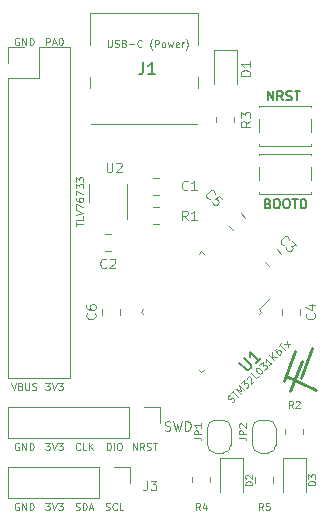
<source format=gbr>
%TF.GenerationSoftware,KiCad,Pcbnew,7.0.7*%
%TF.CreationDate,2024-08-30T14:39:58-05:00*%
%TF.ProjectId,ex4,6578342e-6b69-4636-9164-5f7063625858,rev?*%
%TF.SameCoordinates,Original*%
%TF.FileFunction,Legend,Top*%
%TF.FilePolarity,Positive*%
%FSLAX46Y46*%
G04 Gerber Fmt 4.6, Leading zero omitted, Abs format (unit mm)*
G04 Created by KiCad (PCBNEW 7.0.7) date 2024-08-30 14:39:58*
%MOMM*%
%LPD*%
G01*
G04 APERTURE LIST*
%ADD10C,0.100000*%
%ADD11C,0.120000*%
%ADD12C,0.150000*%
%ADD13C,0.250000*%
G04 APERTURE END LIST*
D10*
X20890000Y-21354371D02*
X20890000Y-20754371D01*
X20890000Y-20754371D02*
X21118571Y-20754371D01*
X21118571Y-20754371D02*
X21175714Y-20782942D01*
X21175714Y-20782942D02*
X21204285Y-20811514D01*
X21204285Y-20811514D02*
X21232857Y-20868657D01*
X21232857Y-20868657D02*
X21232857Y-20954371D01*
X21232857Y-20954371D02*
X21204285Y-21011514D01*
X21204285Y-21011514D02*
X21175714Y-21040085D01*
X21175714Y-21040085D02*
X21118571Y-21068657D01*
X21118571Y-21068657D02*
X20890000Y-21068657D01*
X21461428Y-21182942D02*
X21747143Y-21182942D01*
X21404285Y-21354371D02*
X21604285Y-20754371D01*
X21604285Y-20754371D02*
X21804285Y-21354371D01*
X22118571Y-20754371D02*
X22175714Y-20754371D01*
X22175714Y-20754371D02*
X22232857Y-20782942D01*
X22232857Y-20782942D02*
X22261429Y-20811514D01*
X22261429Y-20811514D02*
X22290000Y-20868657D01*
X22290000Y-20868657D02*
X22318571Y-20982942D01*
X22318571Y-20982942D02*
X22318571Y-21125800D01*
X22318571Y-21125800D02*
X22290000Y-21240085D01*
X22290000Y-21240085D02*
X22261429Y-21297228D01*
X22261429Y-21297228D02*
X22232857Y-21325800D01*
X22232857Y-21325800D02*
X22175714Y-21354371D01*
X22175714Y-21354371D02*
X22118571Y-21354371D01*
X22118571Y-21354371D02*
X22061429Y-21325800D01*
X22061429Y-21325800D02*
X22032857Y-21297228D01*
X22032857Y-21297228D02*
X22004286Y-21240085D01*
X22004286Y-21240085D02*
X21975714Y-21125800D01*
X21975714Y-21125800D02*
X21975714Y-20982942D01*
X21975714Y-20982942D02*
X22004286Y-20868657D01*
X22004286Y-20868657D02*
X22032857Y-20811514D01*
X22032857Y-20811514D02*
X22061429Y-20782942D01*
X22061429Y-20782942D02*
X22118571Y-20754371D01*
X18592857Y-20782942D02*
X18535715Y-20754371D01*
X18535715Y-20754371D02*
X18450000Y-20754371D01*
X18450000Y-20754371D02*
X18364286Y-20782942D01*
X18364286Y-20782942D02*
X18307143Y-20840085D01*
X18307143Y-20840085D02*
X18278572Y-20897228D01*
X18278572Y-20897228D02*
X18250000Y-21011514D01*
X18250000Y-21011514D02*
X18250000Y-21097228D01*
X18250000Y-21097228D02*
X18278572Y-21211514D01*
X18278572Y-21211514D02*
X18307143Y-21268657D01*
X18307143Y-21268657D02*
X18364286Y-21325800D01*
X18364286Y-21325800D02*
X18450000Y-21354371D01*
X18450000Y-21354371D02*
X18507143Y-21354371D01*
X18507143Y-21354371D02*
X18592857Y-21325800D01*
X18592857Y-21325800D02*
X18621429Y-21297228D01*
X18621429Y-21297228D02*
X18621429Y-21097228D01*
X18621429Y-21097228D02*
X18507143Y-21097228D01*
X18878572Y-21354371D02*
X18878572Y-20754371D01*
X18878572Y-20754371D02*
X19221429Y-21354371D01*
X19221429Y-21354371D02*
X19221429Y-20754371D01*
X19507143Y-21354371D02*
X19507143Y-20754371D01*
X19507143Y-20754371D02*
X19650000Y-20754371D01*
X19650000Y-20754371D02*
X19735714Y-20782942D01*
X19735714Y-20782942D02*
X19792857Y-20840085D01*
X19792857Y-20840085D02*
X19821428Y-20897228D01*
X19821428Y-20897228D02*
X19850000Y-21011514D01*
X19850000Y-21011514D02*
X19850000Y-21097228D01*
X19850000Y-21097228D02*
X19821428Y-21211514D01*
X19821428Y-21211514D02*
X19792857Y-21268657D01*
X19792857Y-21268657D02*
X19735714Y-21325800D01*
X19735714Y-21325800D02*
X19650000Y-21354371D01*
X19650000Y-21354371D02*
X19507143Y-21354371D01*
X17949999Y-49964371D02*
X18149999Y-50564371D01*
X18149999Y-50564371D02*
X18349999Y-49964371D01*
X18750000Y-50250085D02*
X18835714Y-50278657D01*
X18835714Y-50278657D02*
X18864285Y-50307228D01*
X18864285Y-50307228D02*
X18892857Y-50364371D01*
X18892857Y-50364371D02*
X18892857Y-50450085D01*
X18892857Y-50450085D02*
X18864285Y-50507228D01*
X18864285Y-50507228D02*
X18835714Y-50535800D01*
X18835714Y-50535800D02*
X18778571Y-50564371D01*
X18778571Y-50564371D02*
X18550000Y-50564371D01*
X18550000Y-50564371D02*
X18550000Y-49964371D01*
X18550000Y-49964371D02*
X18750000Y-49964371D01*
X18750000Y-49964371D02*
X18807143Y-49992942D01*
X18807143Y-49992942D02*
X18835714Y-50021514D01*
X18835714Y-50021514D02*
X18864285Y-50078657D01*
X18864285Y-50078657D02*
X18864285Y-50135800D01*
X18864285Y-50135800D02*
X18835714Y-50192942D01*
X18835714Y-50192942D02*
X18807143Y-50221514D01*
X18807143Y-50221514D02*
X18750000Y-50250085D01*
X18750000Y-50250085D02*
X18550000Y-50250085D01*
X19150000Y-49964371D02*
X19150000Y-50450085D01*
X19150000Y-50450085D02*
X19178571Y-50507228D01*
X19178571Y-50507228D02*
X19207143Y-50535800D01*
X19207143Y-50535800D02*
X19264285Y-50564371D01*
X19264285Y-50564371D02*
X19378571Y-50564371D01*
X19378571Y-50564371D02*
X19435714Y-50535800D01*
X19435714Y-50535800D02*
X19464285Y-50507228D01*
X19464285Y-50507228D02*
X19492857Y-50450085D01*
X19492857Y-50450085D02*
X19492857Y-49964371D01*
X19749999Y-50535800D02*
X19835714Y-50564371D01*
X19835714Y-50564371D02*
X19978571Y-50564371D01*
X19978571Y-50564371D02*
X20035714Y-50535800D01*
X20035714Y-50535800D02*
X20064285Y-50507228D01*
X20064285Y-50507228D02*
X20092856Y-50450085D01*
X20092856Y-50450085D02*
X20092856Y-50392942D01*
X20092856Y-50392942D02*
X20064285Y-50335800D01*
X20064285Y-50335800D02*
X20035714Y-50307228D01*
X20035714Y-50307228D02*
X19978571Y-50278657D01*
X19978571Y-50278657D02*
X19864285Y-50250085D01*
X19864285Y-50250085D02*
X19807142Y-50221514D01*
X19807142Y-50221514D02*
X19778571Y-50192942D01*
X19778571Y-50192942D02*
X19749999Y-50135800D01*
X19749999Y-50135800D02*
X19749999Y-50078657D01*
X19749999Y-50078657D02*
X19778571Y-50021514D01*
X19778571Y-50021514D02*
X19807142Y-49992942D01*
X19807142Y-49992942D02*
X19864285Y-49964371D01*
X19864285Y-49964371D02*
X20007142Y-49964371D01*
X20007142Y-49964371D02*
X20092856Y-49992942D01*
X20847142Y-49964371D02*
X21218570Y-49964371D01*
X21218570Y-49964371D02*
X21018570Y-50192942D01*
X21018570Y-50192942D02*
X21104285Y-50192942D01*
X21104285Y-50192942D02*
X21161428Y-50221514D01*
X21161428Y-50221514D02*
X21189999Y-50250085D01*
X21189999Y-50250085D02*
X21218570Y-50307228D01*
X21218570Y-50307228D02*
X21218570Y-50450085D01*
X21218570Y-50450085D02*
X21189999Y-50507228D01*
X21189999Y-50507228D02*
X21161428Y-50535800D01*
X21161428Y-50535800D02*
X21104285Y-50564371D01*
X21104285Y-50564371D02*
X20932856Y-50564371D01*
X20932856Y-50564371D02*
X20875713Y-50535800D01*
X20875713Y-50535800D02*
X20847142Y-50507228D01*
X21389999Y-49964371D02*
X21589999Y-50564371D01*
X21589999Y-50564371D02*
X21789999Y-49964371D01*
X21932857Y-49964371D02*
X22304285Y-49964371D01*
X22304285Y-49964371D02*
X22104285Y-50192942D01*
X22104285Y-50192942D02*
X22190000Y-50192942D01*
X22190000Y-50192942D02*
X22247143Y-50221514D01*
X22247143Y-50221514D02*
X22275714Y-50250085D01*
X22275714Y-50250085D02*
X22304285Y-50307228D01*
X22304285Y-50307228D02*
X22304285Y-50450085D01*
X22304285Y-50450085D02*
X22275714Y-50507228D01*
X22275714Y-50507228D02*
X22247143Y-50535800D01*
X22247143Y-50535800D02*
X22190000Y-50564371D01*
X22190000Y-50564371D02*
X22018571Y-50564371D01*
X22018571Y-50564371D02*
X21961428Y-50535800D01*
X21961428Y-50535800D02*
X21932857Y-50507228D01*
D11*
X30965327Y-53959760D02*
X31079613Y-53997855D01*
X31079613Y-53997855D02*
X31270089Y-53997855D01*
X31270089Y-53997855D02*
X31346280Y-53959760D01*
X31346280Y-53959760D02*
X31384375Y-53921664D01*
X31384375Y-53921664D02*
X31422470Y-53845474D01*
X31422470Y-53845474D02*
X31422470Y-53769283D01*
X31422470Y-53769283D02*
X31384375Y-53693093D01*
X31384375Y-53693093D02*
X31346280Y-53654998D01*
X31346280Y-53654998D02*
X31270089Y-53616902D01*
X31270089Y-53616902D02*
X31117708Y-53578807D01*
X31117708Y-53578807D02*
X31041518Y-53540712D01*
X31041518Y-53540712D02*
X31003423Y-53502617D01*
X31003423Y-53502617D02*
X30965327Y-53426426D01*
X30965327Y-53426426D02*
X30965327Y-53350236D01*
X30965327Y-53350236D02*
X31003423Y-53274045D01*
X31003423Y-53274045D02*
X31041518Y-53235950D01*
X31041518Y-53235950D02*
X31117708Y-53197855D01*
X31117708Y-53197855D02*
X31308185Y-53197855D01*
X31308185Y-53197855D02*
X31422470Y-53235950D01*
X31689137Y-53197855D02*
X31879613Y-53997855D01*
X31879613Y-53997855D02*
X32031994Y-53426426D01*
X32031994Y-53426426D02*
X32184375Y-53997855D01*
X32184375Y-53997855D02*
X32374852Y-53197855D01*
X32679614Y-53997855D02*
X32679614Y-53197855D01*
X32679614Y-53197855D02*
X32870090Y-53197855D01*
X32870090Y-53197855D02*
X32984376Y-53235950D01*
X32984376Y-53235950D02*
X33060566Y-53312140D01*
X33060566Y-53312140D02*
X33098661Y-53388331D01*
X33098661Y-53388331D02*
X33136757Y-53540712D01*
X33136757Y-53540712D02*
X33136757Y-53654998D01*
X33136757Y-53654998D02*
X33098661Y-53807379D01*
X33098661Y-53807379D02*
X33060566Y-53883569D01*
X33060566Y-53883569D02*
X32984376Y-53959760D01*
X32984376Y-53959760D02*
X32870090Y-53997855D01*
X32870090Y-53997855D02*
X32679614Y-53997855D01*
D10*
X28224286Y-55644371D02*
X28224286Y-55044371D01*
X28224286Y-55044371D02*
X28567143Y-55644371D01*
X28567143Y-55644371D02*
X28567143Y-55044371D01*
X29195714Y-55644371D02*
X28995714Y-55358657D01*
X28852857Y-55644371D02*
X28852857Y-55044371D01*
X28852857Y-55044371D02*
X29081428Y-55044371D01*
X29081428Y-55044371D02*
X29138571Y-55072942D01*
X29138571Y-55072942D02*
X29167142Y-55101514D01*
X29167142Y-55101514D02*
X29195714Y-55158657D01*
X29195714Y-55158657D02*
X29195714Y-55244371D01*
X29195714Y-55244371D02*
X29167142Y-55301514D01*
X29167142Y-55301514D02*
X29138571Y-55330085D01*
X29138571Y-55330085D02*
X29081428Y-55358657D01*
X29081428Y-55358657D02*
X28852857Y-55358657D01*
X29424285Y-55615800D02*
X29510000Y-55644371D01*
X29510000Y-55644371D02*
X29652857Y-55644371D01*
X29652857Y-55644371D02*
X29710000Y-55615800D01*
X29710000Y-55615800D02*
X29738571Y-55587228D01*
X29738571Y-55587228D02*
X29767142Y-55530085D01*
X29767142Y-55530085D02*
X29767142Y-55472942D01*
X29767142Y-55472942D02*
X29738571Y-55415800D01*
X29738571Y-55415800D02*
X29710000Y-55387228D01*
X29710000Y-55387228D02*
X29652857Y-55358657D01*
X29652857Y-55358657D02*
X29538571Y-55330085D01*
X29538571Y-55330085D02*
X29481428Y-55301514D01*
X29481428Y-55301514D02*
X29452857Y-55272942D01*
X29452857Y-55272942D02*
X29424285Y-55215800D01*
X29424285Y-55215800D02*
X29424285Y-55158657D01*
X29424285Y-55158657D02*
X29452857Y-55101514D01*
X29452857Y-55101514D02*
X29481428Y-55072942D01*
X29481428Y-55072942D02*
X29538571Y-55044371D01*
X29538571Y-55044371D02*
X29681428Y-55044371D01*
X29681428Y-55044371D02*
X29767142Y-55072942D01*
X29938571Y-55044371D02*
X30281429Y-55044371D01*
X30110000Y-55644371D02*
X30110000Y-55044371D01*
X18592857Y-55072942D02*
X18535715Y-55044371D01*
X18535715Y-55044371D02*
X18450000Y-55044371D01*
X18450000Y-55044371D02*
X18364286Y-55072942D01*
X18364286Y-55072942D02*
X18307143Y-55130085D01*
X18307143Y-55130085D02*
X18278572Y-55187228D01*
X18278572Y-55187228D02*
X18250000Y-55301514D01*
X18250000Y-55301514D02*
X18250000Y-55387228D01*
X18250000Y-55387228D02*
X18278572Y-55501514D01*
X18278572Y-55501514D02*
X18307143Y-55558657D01*
X18307143Y-55558657D02*
X18364286Y-55615800D01*
X18364286Y-55615800D02*
X18450000Y-55644371D01*
X18450000Y-55644371D02*
X18507143Y-55644371D01*
X18507143Y-55644371D02*
X18592857Y-55615800D01*
X18592857Y-55615800D02*
X18621429Y-55587228D01*
X18621429Y-55587228D02*
X18621429Y-55387228D01*
X18621429Y-55387228D02*
X18507143Y-55387228D01*
X18878572Y-55644371D02*
X18878572Y-55044371D01*
X18878572Y-55044371D02*
X19221429Y-55644371D01*
X19221429Y-55644371D02*
X19221429Y-55044371D01*
X19507143Y-55644371D02*
X19507143Y-55044371D01*
X19507143Y-55044371D02*
X19650000Y-55044371D01*
X19650000Y-55044371D02*
X19735714Y-55072942D01*
X19735714Y-55072942D02*
X19792857Y-55130085D01*
X19792857Y-55130085D02*
X19821428Y-55187228D01*
X19821428Y-55187228D02*
X19850000Y-55301514D01*
X19850000Y-55301514D02*
X19850000Y-55387228D01*
X19850000Y-55387228D02*
X19821428Y-55501514D01*
X19821428Y-55501514D02*
X19792857Y-55558657D01*
X19792857Y-55558657D02*
X19735714Y-55615800D01*
X19735714Y-55615800D02*
X19650000Y-55644371D01*
X19650000Y-55644371D02*
X19507143Y-55644371D01*
X20847142Y-55044371D02*
X21218570Y-55044371D01*
X21218570Y-55044371D02*
X21018570Y-55272942D01*
X21018570Y-55272942D02*
X21104285Y-55272942D01*
X21104285Y-55272942D02*
X21161428Y-55301514D01*
X21161428Y-55301514D02*
X21189999Y-55330085D01*
X21189999Y-55330085D02*
X21218570Y-55387228D01*
X21218570Y-55387228D02*
X21218570Y-55530085D01*
X21218570Y-55530085D02*
X21189999Y-55587228D01*
X21189999Y-55587228D02*
X21161428Y-55615800D01*
X21161428Y-55615800D02*
X21104285Y-55644371D01*
X21104285Y-55644371D02*
X20932856Y-55644371D01*
X20932856Y-55644371D02*
X20875713Y-55615800D01*
X20875713Y-55615800D02*
X20847142Y-55587228D01*
X21389999Y-55044371D02*
X21589999Y-55644371D01*
X21589999Y-55644371D02*
X21789999Y-55044371D01*
X21932857Y-55044371D02*
X22304285Y-55044371D01*
X22304285Y-55044371D02*
X22104285Y-55272942D01*
X22104285Y-55272942D02*
X22190000Y-55272942D01*
X22190000Y-55272942D02*
X22247143Y-55301514D01*
X22247143Y-55301514D02*
X22275714Y-55330085D01*
X22275714Y-55330085D02*
X22304285Y-55387228D01*
X22304285Y-55387228D02*
X22304285Y-55530085D01*
X22304285Y-55530085D02*
X22275714Y-55587228D01*
X22275714Y-55587228D02*
X22247143Y-55615800D01*
X22247143Y-55615800D02*
X22190000Y-55644371D01*
X22190000Y-55644371D02*
X22018571Y-55644371D01*
X22018571Y-55644371D02*
X21961428Y-55615800D01*
X21961428Y-55615800D02*
X21932857Y-55587228D01*
X23772857Y-55587228D02*
X23744285Y-55615800D01*
X23744285Y-55615800D02*
X23658571Y-55644371D01*
X23658571Y-55644371D02*
X23601428Y-55644371D01*
X23601428Y-55644371D02*
X23515714Y-55615800D01*
X23515714Y-55615800D02*
X23458571Y-55558657D01*
X23458571Y-55558657D02*
X23430000Y-55501514D01*
X23430000Y-55501514D02*
X23401428Y-55387228D01*
X23401428Y-55387228D02*
X23401428Y-55301514D01*
X23401428Y-55301514D02*
X23430000Y-55187228D01*
X23430000Y-55187228D02*
X23458571Y-55130085D01*
X23458571Y-55130085D02*
X23515714Y-55072942D01*
X23515714Y-55072942D02*
X23601428Y-55044371D01*
X23601428Y-55044371D02*
X23658571Y-55044371D01*
X23658571Y-55044371D02*
X23744285Y-55072942D01*
X23744285Y-55072942D02*
X23772857Y-55101514D01*
X24315714Y-55644371D02*
X24030000Y-55644371D01*
X24030000Y-55644371D02*
X24030000Y-55044371D01*
X24515714Y-55644371D02*
X24515714Y-55044371D01*
X24858571Y-55644371D02*
X24601428Y-55301514D01*
X24858571Y-55044371D02*
X24515714Y-55387228D01*
X26055715Y-55644371D02*
X26055715Y-55044371D01*
X26055715Y-55044371D02*
X26198572Y-55044371D01*
X26198572Y-55044371D02*
X26284286Y-55072942D01*
X26284286Y-55072942D02*
X26341429Y-55130085D01*
X26341429Y-55130085D02*
X26370000Y-55187228D01*
X26370000Y-55187228D02*
X26398572Y-55301514D01*
X26398572Y-55301514D02*
X26398572Y-55387228D01*
X26398572Y-55387228D02*
X26370000Y-55501514D01*
X26370000Y-55501514D02*
X26341429Y-55558657D01*
X26341429Y-55558657D02*
X26284286Y-55615800D01*
X26284286Y-55615800D02*
X26198572Y-55644371D01*
X26198572Y-55644371D02*
X26055715Y-55644371D01*
X26655715Y-55644371D02*
X26655715Y-55044371D01*
X27055714Y-55044371D02*
X27170000Y-55044371D01*
X27170000Y-55044371D02*
X27227143Y-55072942D01*
X27227143Y-55072942D02*
X27284286Y-55130085D01*
X27284286Y-55130085D02*
X27312857Y-55244371D01*
X27312857Y-55244371D02*
X27312857Y-55444371D01*
X27312857Y-55444371D02*
X27284286Y-55558657D01*
X27284286Y-55558657D02*
X27227143Y-55615800D01*
X27227143Y-55615800D02*
X27170000Y-55644371D01*
X27170000Y-55644371D02*
X27055714Y-55644371D01*
X27055714Y-55644371D02*
X26998572Y-55615800D01*
X26998572Y-55615800D02*
X26941429Y-55558657D01*
X26941429Y-55558657D02*
X26912857Y-55444371D01*
X26912857Y-55444371D02*
X26912857Y-55244371D01*
X26912857Y-55244371D02*
X26941429Y-55130085D01*
X26941429Y-55130085D02*
X26998572Y-55072942D01*
X26998572Y-55072942D02*
X27055714Y-55044371D01*
X18592857Y-60152942D02*
X18535715Y-60124371D01*
X18535715Y-60124371D02*
X18450000Y-60124371D01*
X18450000Y-60124371D02*
X18364286Y-60152942D01*
X18364286Y-60152942D02*
X18307143Y-60210085D01*
X18307143Y-60210085D02*
X18278572Y-60267228D01*
X18278572Y-60267228D02*
X18250000Y-60381514D01*
X18250000Y-60381514D02*
X18250000Y-60467228D01*
X18250000Y-60467228D02*
X18278572Y-60581514D01*
X18278572Y-60581514D02*
X18307143Y-60638657D01*
X18307143Y-60638657D02*
X18364286Y-60695800D01*
X18364286Y-60695800D02*
X18450000Y-60724371D01*
X18450000Y-60724371D02*
X18507143Y-60724371D01*
X18507143Y-60724371D02*
X18592857Y-60695800D01*
X18592857Y-60695800D02*
X18621429Y-60667228D01*
X18621429Y-60667228D02*
X18621429Y-60467228D01*
X18621429Y-60467228D02*
X18507143Y-60467228D01*
X18878572Y-60724371D02*
X18878572Y-60124371D01*
X18878572Y-60124371D02*
X19221429Y-60724371D01*
X19221429Y-60724371D02*
X19221429Y-60124371D01*
X19507143Y-60724371D02*
X19507143Y-60124371D01*
X19507143Y-60124371D02*
X19650000Y-60124371D01*
X19650000Y-60124371D02*
X19735714Y-60152942D01*
X19735714Y-60152942D02*
X19792857Y-60210085D01*
X19792857Y-60210085D02*
X19821428Y-60267228D01*
X19821428Y-60267228D02*
X19850000Y-60381514D01*
X19850000Y-60381514D02*
X19850000Y-60467228D01*
X19850000Y-60467228D02*
X19821428Y-60581514D01*
X19821428Y-60581514D02*
X19792857Y-60638657D01*
X19792857Y-60638657D02*
X19735714Y-60695800D01*
X19735714Y-60695800D02*
X19650000Y-60724371D01*
X19650000Y-60724371D02*
X19507143Y-60724371D01*
X20847142Y-60124371D02*
X21218570Y-60124371D01*
X21218570Y-60124371D02*
X21018570Y-60352942D01*
X21018570Y-60352942D02*
X21104285Y-60352942D01*
X21104285Y-60352942D02*
X21161428Y-60381514D01*
X21161428Y-60381514D02*
X21189999Y-60410085D01*
X21189999Y-60410085D02*
X21218570Y-60467228D01*
X21218570Y-60467228D02*
X21218570Y-60610085D01*
X21218570Y-60610085D02*
X21189999Y-60667228D01*
X21189999Y-60667228D02*
X21161428Y-60695800D01*
X21161428Y-60695800D02*
X21104285Y-60724371D01*
X21104285Y-60724371D02*
X20932856Y-60724371D01*
X20932856Y-60724371D02*
X20875713Y-60695800D01*
X20875713Y-60695800D02*
X20847142Y-60667228D01*
X21389999Y-60124371D02*
X21589999Y-60724371D01*
X21589999Y-60724371D02*
X21789999Y-60124371D01*
X21932857Y-60124371D02*
X22304285Y-60124371D01*
X22304285Y-60124371D02*
X22104285Y-60352942D01*
X22104285Y-60352942D02*
X22190000Y-60352942D01*
X22190000Y-60352942D02*
X22247143Y-60381514D01*
X22247143Y-60381514D02*
X22275714Y-60410085D01*
X22275714Y-60410085D02*
X22304285Y-60467228D01*
X22304285Y-60467228D02*
X22304285Y-60610085D01*
X22304285Y-60610085D02*
X22275714Y-60667228D01*
X22275714Y-60667228D02*
X22247143Y-60695800D01*
X22247143Y-60695800D02*
X22190000Y-60724371D01*
X22190000Y-60724371D02*
X22018571Y-60724371D01*
X22018571Y-60724371D02*
X21961428Y-60695800D01*
X21961428Y-60695800D02*
X21932857Y-60667228D01*
X25955714Y-60695800D02*
X26041429Y-60724371D01*
X26041429Y-60724371D02*
X26184286Y-60724371D01*
X26184286Y-60724371D02*
X26241429Y-60695800D01*
X26241429Y-60695800D02*
X26270000Y-60667228D01*
X26270000Y-60667228D02*
X26298571Y-60610085D01*
X26298571Y-60610085D02*
X26298571Y-60552942D01*
X26298571Y-60552942D02*
X26270000Y-60495800D01*
X26270000Y-60495800D02*
X26241429Y-60467228D01*
X26241429Y-60467228D02*
X26184286Y-60438657D01*
X26184286Y-60438657D02*
X26070000Y-60410085D01*
X26070000Y-60410085D02*
X26012857Y-60381514D01*
X26012857Y-60381514D02*
X25984286Y-60352942D01*
X25984286Y-60352942D02*
X25955714Y-60295800D01*
X25955714Y-60295800D02*
X25955714Y-60238657D01*
X25955714Y-60238657D02*
X25984286Y-60181514D01*
X25984286Y-60181514D02*
X26012857Y-60152942D01*
X26012857Y-60152942D02*
X26070000Y-60124371D01*
X26070000Y-60124371D02*
X26212857Y-60124371D01*
X26212857Y-60124371D02*
X26298571Y-60152942D01*
X26898572Y-60667228D02*
X26870000Y-60695800D01*
X26870000Y-60695800D02*
X26784286Y-60724371D01*
X26784286Y-60724371D02*
X26727143Y-60724371D01*
X26727143Y-60724371D02*
X26641429Y-60695800D01*
X26641429Y-60695800D02*
X26584286Y-60638657D01*
X26584286Y-60638657D02*
X26555715Y-60581514D01*
X26555715Y-60581514D02*
X26527143Y-60467228D01*
X26527143Y-60467228D02*
X26527143Y-60381514D01*
X26527143Y-60381514D02*
X26555715Y-60267228D01*
X26555715Y-60267228D02*
X26584286Y-60210085D01*
X26584286Y-60210085D02*
X26641429Y-60152942D01*
X26641429Y-60152942D02*
X26727143Y-60124371D01*
X26727143Y-60124371D02*
X26784286Y-60124371D01*
X26784286Y-60124371D02*
X26870000Y-60152942D01*
X26870000Y-60152942D02*
X26898572Y-60181514D01*
X27441429Y-60724371D02*
X27155715Y-60724371D01*
X27155715Y-60724371D02*
X27155715Y-60124371D01*
X23401428Y-60695800D02*
X23487143Y-60724371D01*
X23487143Y-60724371D02*
X23630000Y-60724371D01*
X23630000Y-60724371D02*
X23687143Y-60695800D01*
X23687143Y-60695800D02*
X23715714Y-60667228D01*
X23715714Y-60667228D02*
X23744285Y-60610085D01*
X23744285Y-60610085D02*
X23744285Y-60552942D01*
X23744285Y-60552942D02*
X23715714Y-60495800D01*
X23715714Y-60495800D02*
X23687143Y-60467228D01*
X23687143Y-60467228D02*
X23630000Y-60438657D01*
X23630000Y-60438657D02*
X23515714Y-60410085D01*
X23515714Y-60410085D02*
X23458571Y-60381514D01*
X23458571Y-60381514D02*
X23430000Y-60352942D01*
X23430000Y-60352942D02*
X23401428Y-60295800D01*
X23401428Y-60295800D02*
X23401428Y-60238657D01*
X23401428Y-60238657D02*
X23430000Y-60181514D01*
X23430000Y-60181514D02*
X23458571Y-60152942D01*
X23458571Y-60152942D02*
X23515714Y-60124371D01*
X23515714Y-60124371D02*
X23658571Y-60124371D01*
X23658571Y-60124371D02*
X23744285Y-60152942D01*
X24001429Y-60724371D02*
X24001429Y-60124371D01*
X24001429Y-60124371D02*
X24144286Y-60124371D01*
X24144286Y-60124371D02*
X24230000Y-60152942D01*
X24230000Y-60152942D02*
X24287143Y-60210085D01*
X24287143Y-60210085D02*
X24315714Y-60267228D01*
X24315714Y-60267228D02*
X24344286Y-60381514D01*
X24344286Y-60381514D02*
X24344286Y-60467228D01*
X24344286Y-60467228D02*
X24315714Y-60581514D01*
X24315714Y-60581514D02*
X24287143Y-60638657D01*
X24287143Y-60638657D02*
X24230000Y-60695800D01*
X24230000Y-60695800D02*
X24144286Y-60724371D01*
X24144286Y-60724371D02*
X24001429Y-60724371D01*
X24572857Y-60552942D02*
X24858572Y-60552942D01*
X24515714Y-60724371D02*
X24715714Y-60124371D01*
X24715714Y-60124371D02*
X24915714Y-60724371D01*
X26123646Y-20925371D02*
X26123646Y-21411085D01*
X26123646Y-21411085D02*
X26152217Y-21468228D01*
X26152217Y-21468228D02*
X26180789Y-21496800D01*
X26180789Y-21496800D02*
X26237931Y-21525371D01*
X26237931Y-21525371D02*
X26352217Y-21525371D01*
X26352217Y-21525371D02*
X26409360Y-21496800D01*
X26409360Y-21496800D02*
X26437931Y-21468228D01*
X26437931Y-21468228D02*
X26466503Y-21411085D01*
X26466503Y-21411085D02*
X26466503Y-20925371D01*
X26723645Y-21496800D02*
X26809360Y-21525371D01*
X26809360Y-21525371D02*
X26952217Y-21525371D01*
X26952217Y-21525371D02*
X27009360Y-21496800D01*
X27009360Y-21496800D02*
X27037931Y-21468228D01*
X27037931Y-21468228D02*
X27066502Y-21411085D01*
X27066502Y-21411085D02*
X27066502Y-21353942D01*
X27066502Y-21353942D02*
X27037931Y-21296800D01*
X27037931Y-21296800D02*
X27009360Y-21268228D01*
X27009360Y-21268228D02*
X26952217Y-21239657D01*
X26952217Y-21239657D02*
X26837931Y-21211085D01*
X26837931Y-21211085D02*
X26780788Y-21182514D01*
X26780788Y-21182514D02*
X26752217Y-21153942D01*
X26752217Y-21153942D02*
X26723645Y-21096800D01*
X26723645Y-21096800D02*
X26723645Y-21039657D01*
X26723645Y-21039657D02*
X26752217Y-20982514D01*
X26752217Y-20982514D02*
X26780788Y-20953942D01*
X26780788Y-20953942D02*
X26837931Y-20925371D01*
X26837931Y-20925371D02*
X26980788Y-20925371D01*
X26980788Y-20925371D02*
X27066502Y-20953942D01*
X27523646Y-21211085D02*
X27609360Y-21239657D01*
X27609360Y-21239657D02*
X27637931Y-21268228D01*
X27637931Y-21268228D02*
X27666503Y-21325371D01*
X27666503Y-21325371D02*
X27666503Y-21411085D01*
X27666503Y-21411085D02*
X27637931Y-21468228D01*
X27637931Y-21468228D02*
X27609360Y-21496800D01*
X27609360Y-21496800D02*
X27552217Y-21525371D01*
X27552217Y-21525371D02*
X27323646Y-21525371D01*
X27323646Y-21525371D02*
X27323646Y-20925371D01*
X27323646Y-20925371D02*
X27523646Y-20925371D01*
X27523646Y-20925371D02*
X27580789Y-20953942D01*
X27580789Y-20953942D02*
X27609360Y-20982514D01*
X27609360Y-20982514D02*
X27637931Y-21039657D01*
X27637931Y-21039657D02*
X27637931Y-21096800D01*
X27637931Y-21096800D02*
X27609360Y-21153942D01*
X27609360Y-21153942D02*
X27580789Y-21182514D01*
X27580789Y-21182514D02*
X27523646Y-21211085D01*
X27523646Y-21211085D02*
X27323646Y-21211085D01*
X27923646Y-21296800D02*
X28380789Y-21296800D01*
X29009360Y-21468228D02*
X28980788Y-21496800D01*
X28980788Y-21496800D02*
X28895074Y-21525371D01*
X28895074Y-21525371D02*
X28837931Y-21525371D01*
X28837931Y-21525371D02*
X28752217Y-21496800D01*
X28752217Y-21496800D02*
X28695074Y-21439657D01*
X28695074Y-21439657D02*
X28666503Y-21382514D01*
X28666503Y-21382514D02*
X28637931Y-21268228D01*
X28637931Y-21268228D02*
X28637931Y-21182514D01*
X28637931Y-21182514D02*
X28666503Y-21068228D01*
X28666503Y-21068228D02*
X28695074Y-21011085D01*
X28695074Y-21011085D02*
X28752217Y-20953942D01*
X28752217Y-20953942D02*
X28837931Y-20925371D01*
X28837931Y-20925371D02*
X28895074Y-20925371D01*
X28895074Y-20925371D02*
X28980788Y-20953942D01*
X28980788Y-20953942D02*
X29009360Y-20982514D01*
X29895074Y-21753942D02*
X29866503Y-21725371D01*
X29866503Y-21725371D02*
X29809360Y-21639657D01*
X29809360Y-21639657D02*
X29780789Y-21582514D01*
X29780789Y-21582514D02*
X29752217Y-21496800D01*
X29752217Y-21496800D02*
X29723646Y-21353942D01*
X29723646Y-21353942D02*
X29723646Y-21239657D01*
X29723646Y-21239657D02*
X29752217Y-21096800D01*
X29752217Y-21096800D02*
X29780789Y-21011085D01*
X29780789Y-21011085D02*
X29809360Y-20953942D01*
X29809360Y-20953942D02*
X29866503Y-20868228D01*
X29866503Y-20868228D02*
X29895074Y-20839657D01*
X30123646Y-21525371D02*
X30123646Y-20925371D01*
X30123646Y-20925371D02*
X30352217Y-20925371D01*
X30352217Y-20925371D02*
X30409360Y-20953942D01*
X30409360Y-20953942D02*
X30437931Y-20982514D01*
X30437931Y-20982514D02*
X30466503Y-21039657D01*
X30466503Y-21039657D02*
X30466503Y-21125371D01*
X30466503Y-21125371D02*
X30437931Y-21182514D01*
X30437931Y-21182514D02*
X30409360Y-21211085D01*
X30409360Y-21211085D02*
X30352217Y-21239657D01*
X30352217Y-21239657D02*
X30123646Y-21239657D01*
X30809360Y-21525371D02*
X30752217Y-21496800D01*
X30752217Y-21496800D02*
X30723646Y-21468228D01*
X30723646Y-21468228D02*
X30695074Y-21411085D01*
X30695074Y-21411085D02*
X30695074Y-21239657D01*
X30695074Y-21239657D02*
X30723646Y-21182514D01*
X30723646Y-21182514D02*
X30752217Y-21153942D01*
X30752217Y-21153942D02*
X30809360Y-21125371D01*
X30809360Y-21125371D02*
X30895074Y-21125371D01*
X30895074Y-21125371D02*
X30952217Y-21153942D01*
X30952217Y-21153942D02*
X30980789Y-21182514D01*
X30980789Y-21182514D02*
X31009360Y-21239657D01*
X31009360Y-21239657D02*
X31009360Y-21411085D01*
X31009360Y-21411085D02*
X30980789Y-21468228D01*
X30980789Y-21468228D02*
X30952217Y-21496800D01*
X30952217Y-21496800D02*
X30895074Y-21525371D01*
X30895074Y-21525371D02*
X30809360Y-21525371D01*
X31209360Y-21125371D02*
X31323646Y-21525371D01*
X31323646Y-21525371D02*
X31437931Y-21239657D01*
X31437931Y-21239657D02*
X31552217Y-21525371D01*
X31552217Y-21525371D02*
X31666503Y-21125371D01*
X32123645Y-21496800D02*
X32066502Y-21525371D01*
X32066502Y-21525371D02*
X31952217Y-21525371D01*
X31952217Y-21525371D02*
X31895074Y-21496800D01*
X31895074Y-21496800D02*
X31866502Y-21439657D01*
X31866502Y-21439657D02*
X31866502Y-21211085D01*
X31866502Y-21211085D02*
X31895074Y-21153942D01*
X31895074Y-21153942D02*
X31952217Y-21125371D01*
X31952217Y-21125371D02*
X32066502Y-21125371D01*
X32066502Y-21125371D02*
X32123645Y-21153942D01*
X32123645Y-21153942D02*
X32152217Y-21211085D01*
X32152217Y-21211085D02*
X32152217Y-21268228D01*
X32152217Y-21268228D02*
X31866502Y-21325371D01*
X32409360Y-21525371D02*
X32409360Y-21125371D01*
X32409360Y-21239657D02*
X32437931Y-21182514D01*
X32437931Y-21182514D02*
X32466503Y-21153942D01*
X32466503Y-21153942D02*
X32523645Y-21125371D01*
X32523645Y-21125371D02*
X32580788Y-21125371D01*
X32723646Y-21753942D02*
X32752217Y-21725371D01*
X32752217Y-21725371D02*
X32809360Y-21639657D01*
X32809360Y-21639657D02*
X32837932Y-21582514D01*
X32837932Y-21582514D02*
X32866503Y-21496800D01*
X32866503Y-21496800D02*
X32895074Y-21353942D01*
X32895074Y-21353942D02*
X32895074Y-21239657D01*
X32895074Y-21239657D02*
X32866503Y-21096800D01*
X32866503Y-21096800D02*
X32837932Y-21011085D01*
X32837932Y-21011085D02*
X32809360Y-20953942D01*
X32809360Y-20953942D02*
X32752217Y-20868228D01*
X32752217Y-20868228D02*
X32723646Y-20839657D01*
X23451371Y-36707068D02*
X23451371Y-36364211D01*
X24051371Y-36535639D02*
X23451371Y-36535639D01*
X24051371Y-35878496D02*
X24051371Y-36164210D01*
X24051371Y-36164210D02*
X23451371Y-36164210D01*
X23451371Y-35764211D02*
X24051371Y-35564211D01*
X24051371Y-35564211D02*
X23451371Y-35364211D01*
X23451371Y-35221353D02*
X23451371Y-34821353D01*
X23451371Y-34821353D02*
X24051371Y-35078496D01*
X23451371Y-34335639D02*
X23451371Y-34449924D01*
X23451371Y-34449924D02*
X23479942Y-34507067D01*
X23479942Y-34507067D02*
X23508514Y-34535639D01*
X23508514Y-34535639D02*
X23594228Y-34592781D01*
X23594228Y-34592781D02*
X23708514Y-34621353D01*
X23708514Y-34621353D02*
X23937085Y-34621353D01*
X23937085Y-34621353D02*
X23994228Y-34592781D01*
X23994228Y-34592781D02*
X24022800Y-34564210D01*
X24022800Y-34564210D02*
X24051371Y-34507067D01*
X24051371Y-34507067D02*
X24051371Y-34392781D01*
X24051371Y-34392781D02*
X24022800Y-34335639D01*
X24022800Y-34335639D02*
X23994228Y-34307067D01*
X23994228Y-34307067D02*
X23937085Y-34278496D01*
X23937085Y-34278496D02*
X23794228Y-34278496D01*
X23794228Y-34278496D02*
X23737085Y-34307067D01*
X23737085Y-34307067D02*
X23708514Y-34335639D01*
X23708514Y-34335639D02*
X23679942Y-34392781D01*
X23679942Y-34392781D02*
X23679942Y-34507067D01*
X23679942Y-34507067D02*
X23708514Y-34564210D01*
X23708514Y-34564210D02*
X23737085Y-34592781D01*
X23737085Y-34592781D02*
X23794228Y-34621353D01*
X23451371Y-34078495D02*
X23451371Y-33678495D01*
X23451371Y-33678495D02*
X24051371Y-33935638D01*
X23451371Y-33507066D02*
X23451371Y-33135638D01*
X23451371Y-33135638D02*
X23679942Y-33335638D01*
X23679942Y-33335638D02*
X23679942Y-33249923D01*
X23679942Y-33249923D02*
X23708514Y-33192781D01*
X23708514Y-33192781D02*
X23737085Y-33164209D01*
X23737085Y-33164209D02*
X23794228Y-33135638D01*
X23794228Y-33135638D02*
X23937085Y-33135638D01*
X23937085Y-33135638D02*
X23994228Y-33164209D01*
X23994228Y-33164209D02*
X24022800Y-33192781D01*
X24022800Y-33192781D02*
X24051371Y-33249923D01*
X24051371Y-33249923D02*
X24051371Y-33421352D01*
X24051371Y-33421352D02*
X24022800Y-33478495D01*
X24022800Y-33478495D02*
X23994228Y-33507066D01*
X23451371Y-32935637D02*
X23451371Y-32564209D01*
X23451371Y-32564209D02*
X23679942Y-32764209D01*
X23679942Y-32764209D02*
X23679942Y-32678494D01*
X23679942Y-32678494D02*
X23708514Y-32621352D01*
X23708514Y-32621352D02*
X23737085Y-32592780D01*
X23737085Y-32592780D02*
X23794228Y-32564209D01*
X23794228Y-32564209D02*
X23937085Y-32564209D01*
X23937085Y-32564209D02*
X23994228Y-32592780D01*
X23994228Y-32592780D02*
X24022800Y-32621352D01*
X24022800Y-32621352D02*
X24051371Y-32678494D01*
X24051371Y-32678494D02*
X24051371Y-32849923D01*
X24051371Y-32849923D02*
X24022800Y-32907066D01*
X24022800Y-32907066D02*
X23994228Y-32935637D01*
X36627530Y-51612866D02*
X36708342Y-51572459D01*
X36708342Y-51572459D02*
X36809357Y-51471444D01*
X36809357Y-51471444D02*
X36829560Y-51410835D01*
X36829560Y-51410835D02*
X36829560Y-51370429D01*
X36829560Y-51370429D02*
X36809357Y-51309820D01*
X36809357Y-51309820D02*
X36768951Y-51269414D01*
X36768951Y-51269414D02*
X36708342Y-51249211D01*
X36708342Y-51249211D02*
X36667936Y-51249211D01*
X36667936Y-51249211D02*
X36607327Y-51269414D01*
X36607327Y-51269414D02*
X36506311Y-51330023D01*
X36506311Y-51330023D02*
X36445702Y-51350226D01*
X36445702Y-51350226D02*
X36405296Y-51350226D01*
X36405296Y-51350226D02*
X36344687Y-51330023D01*
X36344687Y-51330023D02*
X36304281Y-51289617D01*
X36304281Y-51289617D02*
X36284078Y-51229008D01*
X36284078Y-51229008D02*
X36284078Y-51188602D01*
X36284078Y-51188602D02*
X36304281Y-51127992D01*
X36304281Y-51127992D02*
X36405296Y-51026977D01*
X36405296Y-51026977D02*
X36486108Y-50986571D01*
X36587124Y-50845149D02*
X36829561Y-50602713D01*
X37132606Y-51148195D02*
X36708342Y-50723931D01*
X37395246Y-50885555D02*
X36970982Y-50461291D01*
X36970982Y-50461291D02*
X37415449Y-50622916D01*
X37415449Y-50622916D02*
X37253825Y-50178449D01*
X37253825Y-50178449D02*
X37678089Y-50602713D01*
X37415449Y-50016824D02*
X37678089Y-49754185D01*
X37678089Y-49754185D02*
X37698292Y-50057230D01*
X37698292Y-50057230D02*
X37758901Y-49996621D01*
X37758901Y-49996621D02*
X37819510Y-49976418D01*
X37819510Y-49976418D02*
X37859916Y-49976418D01*
X37859916Y-49976418D02*
X37920525Y-49996621D01*
X37920525Y-49996621D02*
X38021540Y-50097637D01*
X38021540Y-50097637D02*
X38041743Y-50158246D01*
X38041743Y-50158246D02*
X38041743Y-50198652D01*
X38041743Y-50198652D02*
X38021540Y-50259261D01*
X38021540Y-50259261D02*
X37900322Y-50380479D01*
X37900322Y-50380479D02*
X37839713Y-50400682D01*
X37839713Y-50400682D02*
X37799307Y-50400682D01*
X37880119Y-49632966D02*
X37880119Y-49592560D01*
X37880119Y-49592560D02*
X37900322Y-49531951D01*
X37900322Y-49531951D02*
X38001338Y-49430936D01*
X38001338Y-49430936D02*
X38061947Y-49410733D01*
X38061947Y-49410733D02*
X38102353Y-49410733D01*
X38102353Y-49410733D02*
X38162962Y-49430936D01*
X38162962Y-49430936D02*
X38203368Y-49471342D01*
X38203368Y-49471342D02*
X38243774Y-49552154D01*
X38243774Y-49552154D02*
X38243774Y-50037027D01*
X38243774Y-50037027D02*
X38506414Y-49774387D01*
X38890272Y-49390529D02*
X38688242Y-49592560D01*
X38688242Y-49592560D02*
X38263978Y-49168296D01*
X38688242Y-48744032D02*
X38728648Y-48703626D01*
X38728648Y-48703626D02*
X38789257Y-48683423D01*
X38789257Y-48683423D02*
X38829663Y-48683423D01*
X38829663Y-48683423D02*
X38890272Y-48703626D01*
X38890272Y-48703626D02*
X38991287Y-48764235D01*
X38991287Y-48764235D02*
X39092303Y-48865250D01*
X39092303Y-48865250D02*
X39152912Y-48966265D01*
X39152912Y-48966265D02*
X39173115Y-49026874D01*
X39173115Y-49026874D02*
X39173115Y-49067281D01*
X39173115Y-49067281D02*
X39152912Y-49127890D01*
X39152912Y-49127890D02*
X39112506Y-49168296D01*
X39112506Y-49168296D02*
X39051896Y-49188499D01*
X39051896Y-49188499D02*
X39011490Y-49188499D01*
X39011490Y-49188499D02*
X38950881Y-49168296D01*
X38950881Y-49168296D02*
X38849866Y-49107687D01*
X38849866Y-49107687D02*
X38748851Y-49006671D01*
X38748851Y-49006671D02*
X38688242Y-48905656D01*
X38688242Y-48905656D02*
X38668038Y-48845047D01*
X38668038Y-48845047D02*
X38668038Y-48804641D01*
X38668038Y-48804641D02*
X38688242Y-48744032D01*
X38971085Y-48461189D02*
X39233724Y-48198549D01*
X39233724Y-48198549D02*
X39253927Y-48501595D01*
X39253927Y-48501595D02*
X39314536Y-48440986D01*
X39314536Y-48440986D02*
X39375146Y-48420783D01*
X39375146Y-48420783D02*
X39415552Y-48420783D01*
X39415552Y-48420783D02*
X39476161Y-48440986D01*
X39476161Y-48440986D02*
X39577176Y-48542001D01*
X39577176Y-48542001D02*
X39597379Y-48602610D01*
X39597379Y-48602610D02*
X39597379Y-48643016D01*
X39597379Y-48643016D02*
X39577176Y-48703625D01*
X39577176Y-48703625D02*
X39455958Y-48824844D01*
X39455958Y-48824844D02*
X39395349Y-48845047D01*
X39395349Y-48845047D02*
X39354942Y-48845047D01*
X40062050Y-48218752D02*
X39819613Y-48461188D01*
X39940831Y-48339970D02*
X39516567Y-47915706D01*
X39516567Y-47915706D02*
X39536770Y-48016721D01*
X39536770Y-48016721D02*
X39536770Y-48097534D01*
X39536770Y-48097534D02*
X39516567Y-48158143D01*
X40243877Y-48036924D02*
X39819613Y-47612660D01*
X40486314Y-47794487D02*
X40062050Y-47733878D01*
X40062050Y-47370223D02*
X40062050Y-47855097D01*
X40425705Y-47006568D02*
X40344893Y-47087381D01*
X40344893Y-47087381D02*
X40324690Y-47147990D01*
X40324690Y-47147990D02*
X40324690Y-47188396D01*
X40324690Y-47188396D02*
X40344893Y-47289411D01*
X40344893Y-47289411D02*
X40405502Y-47390426D01*
X40405502Y-47390426D02*
X40567126Y-47552051D01*
X40567126Y-47552051D02*
X40627735Y-47572254D01*
X40627735Y-47572254D02*
X40668141Y-47572254D01*
X40668141Y-47572254D02*
X40728751Y-47552051D01*
X40728751Y-47552051D02*
X40809563Y-47471239D01*
X40809563Y-47471239D02*
X40829766Y-47410630D01*
X40829766Y-47410630D02*
X40829766Y-47370223D01*
X40829766Y-47370223D02*
X40809563Y-47309614D01*
X40809563Y-47309614D02*
X40708547Y-47208599D01*
X40708547Y-47208599D02*
X40647938Y-47188396D01*
X40647938Y-47188396D02*
X40607532Y-47188396D01*
X40607532Y-47188396D02*
X40546923Y-47208599D01*
X40546923Y-47208599D02*
X40466111Y-47289411D01*
X40466111Y-47289411D02*
X40445908Y-47350020D01*
X40445908Y-47350020D02*
X40445908Y-47390426D01*
X40445908Y-47390426D02*
X40466111Y-47451036D01*
X40587329Y-46844944D02*
X40829766Y-46602507D01*
X41132812Y-47147990D02*
X40708548Y-46723725D01*
X41355046Y-46925756D02*
X41294436Y-46420680D01*
X41072203Y-46642913D02*
X41577279Y-46703522D01*
D12*
X39659160Y-26056295D02*
X39659160Y-25256295D01*
X39659160Y-25256295D02*
X40116303Y-26056295D01*
X40116303Y-26056295D02*
X40116303Y-25256295D01*
X40954398Y-26056295D02*
X40687731Y-25675342D01*
X40497255Y-26056295D02*
X40497255Y-25256295D01*
X40497255Y-25256295D02*
X40802017Y-25256295D01*
X40802017Y-25256295D02*
X40878207Y-25294390D01*
X40878207Y-25294390D02*
X40916302Y-25332485D01*
X40916302Y-25332485D02*
X40954398Y-25408676D01*
X40954398Y-25408676D02*
X40954398Y-25522961D01*
X40954398Y-25522961D02*
X40916302Y-25599152D01*
X40916302Y-25599152D02*
X40878207Y-25637247D01*
X40878207Y-25637247D02*
X40802017Y-25675342D01*
X40802017Y-25675342D02*
X40497255Y-25675342D01*
X41259159Y-26018200D02*
X41373445Y-26056295D01*
X41373445Y-26056295D02*
X41563921Y-26056295D01*
X41563921Y-26056295D02*
X41640112Y-26018200D01*
X41640112Y-26018200D02*
X41678207Y-25980104D01*
X41678207Y-25980104D02*
X41716302Y-25903914D01*
X41716302Y-25903914D02*
X41716302Y-25827723D01*
X41716302Y-25827723D02*
X41678207Y-25751533D01*
X41678207Y-25751533D02*
X41640112Y-25713438D01*
X41640112Y-25713438D02*
X41563921Y-25675342D01*
X41563921Y-25675342D02*
X41411540Y-25637247D01*
X41411540Y-25637247D02*
X41335350Y-25599152D01*
X41335350Y-25599152D02*
X41297255Y-25561057D01*
X41297255Y-25561057D02*
X41259159Y-25484866D01*
X41259159Y-25484866D02*
X41259159Y-25408676D01*
X41259159Y-25408676D02*
X41297255Y-25332485D01*
X41297255Y-25332485D02*
X41335350Y-25294390D01*
X41335350Y-25294390D02*
X41411540Y-25256295D01*
X41411540Y-25256295D02*
X41602017Y-25256295D01*
X41602017Y-25256295D02*
X41716302Y-25294390D01*
X41944874Y-25256295D02*
X42402017Y-25256295D01*
X42173445Y-26056295D02*
X42173445Y-25256295D01*
X39671826Y-34781247D02*
X39786112Y-34819342D01*
X39786112Y-34819342D02*
X39824207Y-34857438D01*
X39824207Y-34857438D02*
X39862303Y-34933628D01*
X39862303Y-34933628D02*
X39862303Y-35047914D01*
X39862303Y-35047914D02*
X39824207Y-35124104D01*
X39824207Y-35124104D02*
X39786112Y-35162200D01*
X39786112Y-35162200D02*
X39709922Y-35200295D01*
X39709922Y-35200295D02*
X39405160Y-35200295D01*
X39405160Y-35200295D02*
X39405160Y-34400295D01*
X39405160Y-34400295D02*
X39671826Y-34400295D01*
X39671826Y-34400295D02*
X39748017Y-34438390D01*
X39748017Y-34438390D02*
X39786112Y-34476485D01*
X39786112Y-34476485D02*
X39824207Y-34552676D01*
X39824207Y-34552676D02*
X39824207Y-34628866D01*
X39824207Y-34628866D02*
X39786112Y-34705057D01*
X39786112Y-34705057D02*
X39748017Y-34743152D01*
X39748017Y-34743152D02*
X39671826Y-34781247D01*
X39671826Y-34781247D02*
X39405160Y-34781247D01*
X40357541Y-34400295D02*
X40509922Y-34400295D01*
X40509922Y-34400295D02*
X40586112Y-34438390D01*
X40586112Y-34438390D02*
X40662303Y-34514580D01*
X40662303Y-34514580D02*
X40700398Y-34666961D01*
X40700398Y-34666961D02*
X40700398Y-34933628D01*
X40700398Y-34933628D02*
X40662303Y-35086009D01*
X40662303Y-35086009D02*
X40586112Y-35162200D01*
X40586112Y-35162200D02*
X40509922Y-35200295D01*
X40509922Y-35200295D02*
X40357541Y-35200295D01*
X40357541Y-35200295D02*
X40281350Y-35162200D01*
X40281350Y-35162200D02*
X40205160Y-35086009D01*
X40205160Y-35086009D02*
X40167064Y-34933628D01*
X40167064Y-34933628D02*
X40167064Y-34666961D01*
X40167064Y-34666961D02*
X40205160Y-34514580D01*
X40205160Y-34514580D02*
X40281350Y-34438390D01*
X40281350Y-34438390D02*
X40357541Y-34400295D01*
X41195636Y-34400295D02*
X41348017Y-34400295D01*
X41348017Y-34400295D02*
X41424207Y-34438390D01*
X41424207Y-34438390D02*
X41500398Y-34514580D01*
X41500398Y-34514580D02*
X41538493Y-34666961D01*
X41538493Y-34666961D02*
X41538493Y-34933628D01*
X41538493Y-34933628D02*
X41500398Y-35086009D01*
X41500398Y-35086009D02*
X41424207Y-35162200D01*
X41424207Y-35162200D02*
X41348017Y-35200295D01*
X41348017Y-35200295D02*
X41195636Y-35200295D01*
X41195636Y-35200295D02*
X41119445Y-35162200D01*
X41119445Y-35162200D02*
X41043255Y-35086009D01*
X41043255Y-35086009D02*
X41005159Y-34933628D01*
X41005159Y-34933628D02*
X41005159Y-34666961D01*
X41005159Y-34666961D02*
X41043255Y-34514580D01*
X41043255Y-34514580D02*
X41119445Y-34438390D01*
X41119445Y-34438390D02*
X41195636Y-34400295D01*
X41767064Y-34400295D02*
X42224207Y-34400295D01*
X41995635Y-35200295D02*
X41995635Y-34400295D01*
X42643255Y-34400295D02*
X42719445Y-34400295D01*
X42719445Y-34400295D02*
X42795636Y-34438390D01*
X42795636Y-34438390D02*
X42833731Y-34476485D01*
X42833731Y-34476485D02*
X42871826Y-34552676D01*
X42871826Y-34552676D02*
X42909921Y-34705057D01*
X42909921Y-34705057D02*
X42909921Y-34895533D01*
X42909921Y-34895533D02*
X42871826Y-35047914D01*
X42871826Y-35047914D02*
X42833731Y-35124104D01*
X42833731Y-35124104D02*
X42795636Y-35162200D01*
X42795636Y-35162200D02*
X42719445Y-35200295D01*
X42719445Y-35200295D02*
X42643255Y-35200295D01*
X42643255Y-35200295D02*
X42567064Y-35162200D01*
X42567064Y-35162200D02*
X42528969Y-35124104D01*
X42528969Y-35124104D02*
X42490874Y-35047914D01*
X42490874Y-35047914D02*
X42452778Y-34895533D01*
X42452778Y-34895533D02*
X42452778Y-34705057D01*
X42452778Y-34705057D02*
X42490874Y-34552676D01*
X42490874Y-34552676D02*
X42528969Y-34476485D01*
X42528969Y-34476485D02*
X42567064Y-34438390D01*
X42567064Y-34438390D02*
X42643255Y-34400295D01*
X29130666Y-22822819D02*
X29130666Y-23537104D01*
X29130666Y-23537104D02*
X29083047Y-23679961D01*
X29083047Y-23679961D02*
X28987809Y-23775200D01*
X28987809Y-23775200D02*
X28844952Y-23822819D01*
X28844952Y-23822819D02*
X28749714Y-23822819D01*
X30130666Y-23822819D02*
X29559238Y-23822819D01*
X29844952Y-23822819D02*
X29844952Y-22822819D01*
X29844952Y-22822819D02*
X29749714Y-22965676D01*
X29749714Y-22965676D02*
X29654476Y-23060914D01*
X29654476Y-23060914D02*
X29559238Y-23108533D01*
D11*
X26060476Y-31313855D02*
X26060476Y-31961474D01*
X26060476Y-31961474D02*
X26098571Y-32037664D01*
X26098571Y-32037664D02*
X26136666Y-32075760D01*
X26136666Y-32075760D02*
X26212857Y-32113855D01*
X26212857Y-32113855D02*
X26365238Y-32113855D01*
X26365238Y-32113855D02*
X26441428Y-32075760D01*
X26441428Y-32075760D02*
X26479523Y-32037664D01*
X26479523Y-32037664D02*
X26517619Y-31961474D01*
X26517619Y-31961474D02*
X26517619Y-31313855D01*
X26860475Y-31390045D02*
X26898571Y-31351950D01*
X26898571Y-31351950D02*
X26974761Y-31313855D01*
X26974761Y-31313855D02*
X27165237Y-31313855D01*
X27165237Y-31313855D02*
X27241428Y-31351950D01*
X27241428Y-31351950D02*
X27279523Y-31390045D01*
X27279523Y-31390045D02*
X27317618Y-31466236D01*
X27317618Y-31466236D02*
X27317618Y-31542426D01*
X27317618Y-31542426D02*
X27279523Y-31656712D01*
X27279523Y-31656712D02*
X26822380Y-32113855D01*
X26822380Y-32113855D02*
X27317618Y-32113855D01*
D12*
X37269538Y-48253034D02*
X37841958Y-48825454D01*
X37841958Y-48825454D02*
X37942973Y-48859126D01*
X37942973Y-48859126D02*
X38010317Y-48859126D01*
X38010317Y-48859126D02*
X38111332Y-48825454D01*
X38111332Y-48825454D02*
X38246019Y-48690767D01*
X38246019Y-48690767D02*
X38279691Y-48589752D01*
X38279691Y-48589752D02*
X38279691Y-48522408D01*
X38279691Y-48522408D02*
X38246019Y-48421393D01*
X38246019Y-48421393D02*
X37673599Y-47848973D01*
X39087813Y-47848973D02*
X38683752Y-48253034D01*
X38885782Y-48051004D02*
X38178676Y-47343897D01*
X38178676Y-47343897D02*
X38212347Y-47512256D01*
X38212347Y-47512256D02*
X38212347Y-47646943D01*
X38212347Y-47646943D02*
X38178676Y-47747958D01*
D10*
X39270000Y-60724371D02*
X39070000Y-60438657D01*
X38927143Y-60724371D02*
X38927143Y-60124371D01*
X38927143Y-60124371D02*
X39155714Y-60124371D01*
X39155714Y-60124371D02*
X39212857Y-60152942D01*
X39212857Y-60152942D02*
X39241428Y-60181514D01*
X39241428Y-60181514D02*
X39270000Y-60238657D01*
X39270000Y-60238657D02*
X39270000Y-60324371D01*
X39270000Y-60324371D02*
X39241428Y-60381514D01*
X39241428Y-60381514D02*
X39212857Y-60410085D01*
X39212857Y-60410085D02*
X39155714Y-60438657D01*
X39155714Y-60438657D02*
X38927143Y-60438657D01*
X39812857Y-60124371D02*
X39527143Y-60124371D01*
X39527143Y-60124371D02*
X39498571Y-60410085D01*
X39498571Y-60410085D02*
X39527143Y-60381514D01*
X39527143Y-60381514D02*
X39584286Y-60352942D01*
X39584286Y-60352942D02*
X39727143Y-60352942D01*
X39727143Y-60352942D02*
X39784286Y-60381514D01*
X39784286Y-60381514D02*
X39812857Y-60410085D01*
X39812857Y-60410085D02*
X39841428Y-60467228D01*
X39841428Y-60467228D02*
X39841428Y-60610085D01*
X39841428Y-60610085D02*
X39812857Y-60667228D01*
X39812857Y-60667228D02*
X39784286Y-60695800D01*
X39784286Y-60695800D02*
X39727143Y-60724371D01*
X39727143Y-60724371D02*
X39584286Y-60724371D01*
X39584286Y-60724371D02*
X39527143Y-60695800D01*
X39527143Y-60695800D02*
X39498571Y-60667228D01*
X33936000Y-60724371D02*
X33736000Y-60438657D01*
X33593143Y-60724371D02*
X33593143Y-60124371D01*
X33593143Y-60124371D02*
X33821714Y-60124371D01*
X33821714Y-60124371D02*
X33878857Y-60152942D01*
X33878857Y-60152942D02*
X33907428Y-60181514D01*
X33907428Y-60181514D02*
X33936000Y-60238657D01*
X33936000Y-60238657D02*
X33936000Y-60324371D01*
X33936000Y-60324371D02*
X33907428Y-60381514D01*
X33907428Y-60381514D02*
X33878857Y-60410085D01*
X33878857Y-60410085D02*
X33821714Y-60438657D01*
X33821714Y-60438657D02*
X33593143Y-60438657D01*
X34450286Y-60324371D02*
X34450286Y-60724371D01*
X34307428Y-60095800D02*
X34164571Y-60524371D01*
X34164571Y-60524371D02*
X34536000Y-60524371D01*
D11*
X38209855Y-27819332D02*
X37828902Y-28085999D01*
X38209855Y-28276475D02*
X37409855Y-28276475D01*
X37409855Y-28276475D02*
X37409855Y-27971713D01*
X37409855Y-27971713D02*
X37447950Y-27895523D01*
X37447950Y-27895523D02*
X37486045Y-27857428D01*
X37486045Y-27857428D02*
X37562236Y-27819332D01*
X37562236Y-27819332D02*
X37676521Y-27819332D01*
X37676521Y-27819332D02*
X37752712Y-27857428D01*
X37752712Y-27857428D02*
X37790807Y-27895523D01*
X37790807Y-27895523D02*
X37828902Y-27971713D01*
X37828902Y-27971713D02*
X37828902Y-28276475D01*
X37409855Y-27552666D02*
X37409855Y-27057428D01*
X37409855Y-27057428D02*
X37714617Y-27324094D01*
X37714617Y-27324094D02*
X37714617Y-27209809D01*
X37714617Y-27209809D02*
X37752712Y-27133618D01*
X37752712Y-27133618D02*
X37790807Y-27095523D01*
X37790807Y-27095523D02*
X37866998Y-27057428D01*
X37866998Y-27057428D02*
X38057474Y-27057428D01*
X38057474Y-27057428D02*
X38133664Y-27095523D01*
X38133664Y-27095523D02*
X38171760Y-27133618D01*
X38171760Y-27133618D02*
X38209855Y-27209809D01*
X38209855Y-27209809D02*
X38209855Y-27438380D01*
X38209855Y-27438380D02*
X38171760Y-27514571D01*
X38171760Y-27514571D02*
X38133664Y-27552666D01*
D10*
X41810000Y-52088371D02*
X41610000Y-51802657D01*
X41467143Y-52088371D02*
X41467143Y-51488371D01*
X41467143Y-51488371D02*
X41695714Y-51488371D01*
X41695714Y-51488371D02*
X41752857Y-51516942D01*
X41752857Y-51516942D02*
X41781428Y-51545514D01*
X41781428Y-51545514D02*
X41810000Y-51602657D01*
X41810000Y-51602657D02*
X41810000Y-51688371D01*
X41810000Y-51688371D02*
X41781428Y-51745514D01*
X41781428Y-51745514D02*
X41752857Y-51774085D01*
X41752857Y-51774085D02*
X41695714Y-51802657D01*
X41695714Y-51802657D02*
X41467143Y-51802657D01*
X42038571Y-51545514D02*
X42067143Y-51516942D01*
X42067143Y-51516942D02*
X42124286Y-51488371D01*
X42124286Y-51488371D02*
X42267143Y-51488371D01*
X42267143Y-51488371D02*
X42324286Y-51516942D01*
X42324286Y-51516942D02*
X42352857Y-51545514D01*
X42352857Y-51545514D02*
X42381428Y-51602657D01*
X42381428Y-51602657D02*
X42381428Y-51659800D01*
X42381428Y-51659800D02*
X42352857Y-51745514D01*
X42352857Y-51745514D02*
X42010000Y-52088371D01*
X42010000Y-52088371D02*
X42381428Y-52088371D01*
D11*
X32886667Y-36177855D02*
X32620000Y-35796902D01*
X32429524Y-36177855D02*
X32429524Y-35377855D01*
X32429524Y-35377855D02*
X32734286Y-35377855D01*
X32734286Y-35377855D02*
X32810476Y-35415950D01*
X32810476Y-35415950D02*
X32848571Y-35454045D01*
X32848571Y-35454045D02*
X32886667Y-35530236D01*
X32886667Y-35530236D02*
X32886667Y-35644521D01*
X32886667Y-35644521D02*
X32848571Y-35720712D01*
X32848571Y-35720712D02*
X32810476Y-35758807D01*
X32810476Y-35758807D02*
X32734286Y-35796902D01*
X32734286Y-35796902D02*
X32429524Y-35796902D01*
X33648571Y-36177855D02*
X33191428Y-36177855D01*
X33420000Y-36177855D02*
X33420000Y-35377855D01*
X33420000Y-35377855D02*
X33343809Y-35492140D01*
X33343809Y-35492140D02*
X33267619Y-35568331D01*
X33267619Y-35568331D02*
X33191428Y-35606426D01*
D10*
X37242371Y-54602000D02*
X37670942Y-54602000D01*
X37670942Y-54602000D02*
X37756657Y-54630571D01*
X37756657Y-54630571D02*
X37813800Y-54687714D01*
X37813800Y-54687714D02*
X37842371Y-54773428D01*
X37842371Y-54773428D02*
X37842371Y-54830571D01*
X37842371Y-54316285D02*
X37242371Y-54316285D01*
X37242371Y-54316285D02*
X37242371Y-54087714D01*
X37242371Y-54087714D02*
X37270942Y-54030571D01*
X37270942Y-54030571D02*
X37299514Y-54002000D01*
X37299514Y-54002000D02*
X37356657Y-53973428D01*
X37356657Y-53973428D02*
X37442371Y-53973428D01*
X37442371Y-53973428D02*
X37499514Y-54002000D01*
X37499514Y-54002000D02*
X37528085Y-54030571D01*
X37528085Y-54030571D02*
X37556657Y-54087714D01*
X37556657Y-54087714D02*
X37556657Y-54316285D01*
X37299514Y-53744857D02*
X37270942Y-53716285D01*
X37270942Y-53716285D02*
X37242371Y-53659143D01*
X37242371Y-53659143D02*
X37242371Y-53516285D01*
X37242371Y-53516285D02*
X37270942Y-53459143D01*
X37270942Y-53459143D02*
X37299514Y-53430571D01*
X37299514Y-53430571D02*
X37356657Y-53402000D01*
X37356657Y-53402000D02*
X37413800Y-53402000D01*
X37413800Y-53402000D02*
X37499514Y-53430571D01*
X37499514Y-53430571D02*
X37842371Y-53773428D01*
X37842371Y-53773428D02*
X37842371Y-53402000D01*
X33454371Y-54602000D02*
X33882942Y-54602000D01*
X33882942Y-54602000D02*
X33968657Y-54630571D01*
X33968657Y-54630571D02*
X34025800Y-54687714D01*
X34025800Y-54687714D02*
X34054371Y-54773428D01*
X34054371Y-54773428D02*
X34054371Y-54830571D01*
X34054371Y-54316285D02*
X33454371Y-54316285D01*
X33454371Y-54316285D02*
X33454371Y-54087714D01*
X33454371Y-54087714D02*
X33482942Y-54030571D01*
X33482942Y-54030571D02*
X33511514Y-54002000D01*
X33511514Y-54002000D02*
X33568657Y-53973428D01*
X33568657Y-53973428D02*
X33654371Y-53973428D01*
X33654371Y-53973428D02*
X33711514Y-54002000D01*
X33711514Y-54002000D02*
X33740085Y-54030571D01*
X33740085Y-54030571D02*
X33768657Y-54087714D01*
X33768657Y-54087714D02*
X33768657Y-54316285D01*
X34054371Y-53402000D02*
X34054371Y-53744857D01*
X34054371Y-53573428D02*
X33454371Y-53573428D01*
X33454371Y-53573428D02*
X33540085Y-53630571D01*
X33540085Y-53630571D02*
X33597228Y-53687714D01*
X33597228Y-53687714D02*
X33625800Y-53744857D01*
D11*
X29451333Y-58237855D02*
X29451333Y-58809283D01*
X29451333Y-58809283D02*
X29413238Y-58923569D01*
X29413238Y-58923569D02*
X29337047Y-58999760D01*
X29337047Y-58999760D02*
X29222762Y-59037855D01*
X29222762Y-59037855D02*
X29146571Y-59037855D01*
X29756095Y-58237855D02*
X30251333Y-58237855D01*
X30251333Y-58237855D02*
X29984667Y-58542617D01*
X29984667Y-58542617D02*
X30098952Y-58542617D01*
X30098952Y-58542617D02*
X30175143Y-58580712D01*
X30175143Y-58580712D02*
X30213238Y-58618807D01*
X30213238Y-58618807D02*
X30251333Y-58694998D01*
X30251333Y-58694998D02*
X30251333Y-58885474D01*
X30251333Y-58885474D02*
X30213238Y-58961664D01*
X30213238Y-58961664D02*
X30175143Y-58999760D01*
X30175143Y-58999760D02*
X30098952Y-59037855D01*
X30098952Y-59037855D02*
X29870381Y-59037855D01*
X29870381Y-59037855D02*
X29794190Y-58999760D01*
X29794190Y-58999760D02*
X29756095Y-58961664D01*
D10*
X43706371Y-58608856D02*
X43106371Y-58608856D01*
X43106371Y-58608856D02*
X43106371Y-58465999D01*
X43106371Y-58465999D02*
X43134942Y-58380285D01*
X43134942Y-58380285D02*
X43192085Y-58323142D01*
X43192085Y-58323142D02*
X43249228Y-58294571D01*
X43249228Y-58294571D02*
X43363514Y-58265999D01*
X43363514Y-58265999D02*
X43449228Y-58265999D01*
X43449228Y-58265999D02*
X43563514Y-58294571D01*
X43563514Y-58294571D02*
X43620657Y-58323142D01*
X43620657Y-58323142D02*
X43677800Y-58380285D01*
X43677800Y-58380285D02*
X43706371Y-58465999D01*
X43706371Y-58465999D02*
X43706371Y-58608856D01*
X43106371Y-58065999D02*
X43106371Y-57694571D01*
X43106371Y-57694571D02*
X43334942Y-57894571D01*
X43334942Y-57894571D02*
X43334942Y-57808856D01*
X43334942Y-57808856D02*
X43363514Y-57751714D01*
X43363514Y-57751714D02*
X43392085Y-57723142D01*
X43392085Y-57723142D02*
X43449228Y-57694571D01*
X43449228Y-57694571D02*
X43592085Y-57694571D01*
X43592085Y-57694571D02*
X43649228Y-57723142D01*
X43649228Y-57723142D02*
X43677800Y-57751714D01*
X43677800Y-57751714D02*
X43706371Y-57808856D01*
X43706371Y-57808856D02*
X43706371Y-57980285D01*
X43706371Y-57980285D02*
X43677800Y-58037428D01*
X43677800Y-58037428D02*
X43649228Y-58065999D01*
X38372371Y-58640856D02*
X37772371Y-58640856D01*
X37772371Y-58640856D02*
X37772371Y-58497999D01*
X37772371Y-58497999D02*
X37800942Y-58412285D01*
X37800942Y-58412285D02*
X37858085Y-58355142D01*
X37858085Y-58355142D02*
X37915228Y-58326571D01*
X37915228Y-58326571D02*
X38029514Y-58297999D01*
X38029514Y-58297999D02*
X38115228Y-58297999D01*
X38115228Y-58297999D02*
X38229514Y-58326571D01*
X38229514Y-58326571D02*
X38286657Y-58355142D01*
X38286657Y-58355142D02*
X38343800Y-58412285D01*
X38343800Y-58412285D02*
X38372371Y-58497999D01*
X38372371Y-58497999D02*
X38372371Y-58640856D01*
X37829514Y-58069428D02*
X37800942Y-58040856D01*
X37800942Y-58040856D02*
X37772371Y-57983714D01*
X37772371Y-57983714D02*
X37772371Y-57840856D01*
X37772371Y-57840856D02*
X37800942Y-57783714D01*
X37800942Y-57783714D02*
X37829514Y-57755142D01*
X37829514Y-57755142D02*
X37886657Y-57726571D01*
X37886657Y-57726571D02*
X37943800Y-57726571D01*
X37943800Y-57726571D02*
X38029514Y-57755142D01*
X38029514Y-57755142D02*
X38372371Y-58097999D01*
X38372371Y-58097999D02*
X38372371Y-57726571D01*
D11*
X38209855Y-23958475D02*
X37409855Y-23958475D01*
X37409855Y-23958475D02*
X37409855Y-23767999D01*
X37409855Y-23767999D02*
X37447950Y-23653713D01*
X37447950Y-23653713D02*
X37524140Y-23577523D01*
X37524140Y-23577523D02*
X37600331Y-23539428D01*
X37600331Y-23539428D02*
X37752712Y-23501332D01*
X37752712Y-23501332D02*
X37866998Y-23501332D01*
X37866998Y-23501332D02*
X38019379Y-23539428D01*
X38019379Y-23539428D02*
X38095569Y-23577523D01*
X38095569Y-23577523D02*
X38171760Y-23653713D01*
X38171760Y-23653713D02*
X38209855Y-23767999D01*
X38209855Y-23767999D02*
X38209855Y-23958475D01*
X38209855Y-22739428D02*
X38209855Y-23196571D01*
X38209855Y-22967999D02*
X37409855Y-22967999D01*
X37409855Y-22967999D02*
X37524140Y-23044190D01*
X37524140Y-23044190D02*
X37600331Y-23120380D01*
X37600331Y-23120380D02*
X37638426Y-23196571D01*
X25023664Y-44075332D02*
X25061760Y-44113428D01*
X25061760Y-44113428D02*
X25099855Y-44227713D01*
X25099855Y-44227713D02*
X25099855Y-44303904D01*
X25099855Y-44303904D02*
X25061760Y-44418190D01*
X25061760Y-44418190D02*
X24985569Y-44494380D01*
X24985569Y-44494380D02*
X24909379Y-44532475D01*
X24909379Y-44532475D02*
X24756998Y-44570571D01*
X24756998Y-44570571D02*
X24642712Y-44570571D01*
X24642712Y-44570571D02*
X24490331Y-44532475D01*
X24490331Y-44532475D02*
X24414140Y-44494380D01*
X24414140Y-44494380D02*
X24337950Y-44418190D01*
X24337950Y-44418190D02*
X24299855Y-44303904D01*
X24299855Y-44303904D02*
X24299855Y-44227713D01*
X24299855Y-44227713D02*
X24337950Y-44113428D01*
X24337950Y-44113428D02*
X24376045Y-44075332D01*
X24299855Y-43389618D02*
X24299855Y-43541999D01*
X24299855Y-43541999D02*
X24337950Y-43618190D01*
X24337950Y-43618190D02*
X24376045Y-43656285D01*
X24376045Y-43656285D02*
X24490331Y-43732475D01*
X24490331Y-43732475D02*
X24642712Y-43770571D01*
X24642712Y-43770571D02*
X24947474Y-43770571D01*
X24947474Y-43770571D02*
X25023664Y-43732475D01*
X25023664Y-43732475D02*
X25061760Y-43694380D01*
X25061760Y-43694380D02*
X25099855Y-43618190D01*
X25099855Y-43618190D02*
X25099855Y-43465809D01*
X25099855Y-43465809D02*
X25061760Y-43389618D01*
X25061760Y-43389618D02*
X25023664Y-43351523D01*
X25023664Y-43351523D02*
X24947474Y-43313428D01*
X24947474Y-43313428D02*
X24756998Y-43313428D01*
X24756998Y-43313428D02*
X24680807Y-43351523D01*
X24680807Y-43351523D02*
X24642712Y-43389618D01*
X24642712Y-43389618D02*
X24604617Y-43465809D01*
X24604617Y-43465809D02*
X24604617Y-43618190D01*
X24604617Y-43618190D02*
X24642712Y-43694380D01*
X24642712Y-43694380D02*
X24680807Y-43732475D01*
X24680807Y-43732475D02*
X24756998Y-43770571D01*
X34754309Y-34399129D02*
X34700434Y-34399129D01*
X34700434Y-34399129D02*
X34592685Y-34345254D01*
X34592685Y-34345254D02*
X34538810Y-34291379D01*
X34538810Y-34291379D02*
X34484935Y-34183629D01*
X34484935Y-34183629D02*
X34484935Y-34075880D01*
X34484935Y-34075880D02*
X34511873Y-33995068D01*
X34511873Y-33995068D02*
X34592685Y-33860381D01*
X34592685Y-33860381D02*
X34673497Y-33779568D01*
X34673497Y-33779568D02*
X34808184Y-33698756D01*
X34808184Y-33698756D02*
X34888996Y-33671819D01*
X34888996Y-33671819D02*
X34996746Y-33671819D01*
X34996746Y-33671819D02*
X35104495Y-33725694D01*
X35104495Y-33725694D02*
X35158370Y-33779568D01*
X35158370Y-33779568D02*
X35212245Y-33887318D01*
X35212245Y-33887318D02*
X35212245Y-33941193D01*
X35777930Y-34399129D02*
X35508556Y-34129755D01*
X35508556Y-34129755D02*
X35212245Y-34372191D01*
X35212245Y-34372191D02*
X35266120Y-34372191D01*
X35266120Y-34372191D02*
X35346932Y-34399129D01*
X35346932Y-34399129D02*
X35481619Y-34533816D01*
X35481619Y-34533816D02*
X35508556Y-34614628D01*
X35508556Y-34614628D02*
X35508556Y-34668503D01*
X35508556Y-34668503D02*
X35481619Y-34749315D01*
X35481619Y-34749315D02*
X35346932Y-34884002D01*
X35346932Y-34884002D02*
X35266120Y-34910939D01*
X35266120Y-34910939D02*
X35212245Y-34910939D01*
X35212245Y-34910939D02*
X35131433Y-34884002D01*
X35131433Y-34884002D02*
X34996746Y-34749315D01*
X34996746Y-34749315D02*
X34969808Y-34668503D01*
X34969808Y-34668503D02*
X34969808Y-34614628D01*
X43623664Y-44075332D02*
X43661760Y-44113428D01*
X43661760Y-44113428D02*
X43699855Y-44227713D01*
X43699855Y-44227713D02*
X43699855Y-44303904D01*
X43699855Y-44303904D02*
X43661760Y-44418190D01*
X43661760Y-44418190D02*
X43585569Y-44494380D01*
X43585569Y-44494380D02*
X43509379Y-44532475D01*
X43509379Y-44532475D02*
X43356998Y-44570571D01*
X43356998Y-44570571D02*
X43242712Y-44570571D01*
X43242712Y-44570571D02*
X43090331Y-44532475D01*
X43090331Y-44532475D02*
X43014140Y-44494380D01*
X43014140Y-44494380D02*
X42937950Y-44418190D01*
X42937950Y-44418190D02*
X42899855Y-44303904D01*
X42899855Y-44303904D02*
X42899855Y-44227713D01*
X42899855Y-44227713D02*
X42937950Y-44113428D01*
X42937950Y-44113428D02*
X42976045Y-44075332D01*
X43166521Y-43389618D02*
X43699855Y-43389618D01*
X42861760Y-43580094D02*
X43433188Y-43770571D01*
X43433188Y-43770571D02*
X43433188Y-43275332D01*
X41022248Y-38291190D02*
X40968373Y-38291190D01*
X40968373Y-38291190D02*
X40860624Y-38237315D01*
X40860624Y-38237315D02*
X40806749Y-38183440D01*
X40806749Y-38183440D02*
X40752874Y-38075690D01*
X40752874Y-38075690D02*
X40752874Y-37967941D01*
X40752874Y-37967941D02*
X40779812Y-37887129D01*
X40779812Y-37887129D02*
X40860624Y-37752442D01*
X40860624Y-37752442D02*
X40941436Y-37671629D01*
X40941436Y-37671629D02*
X41076123Y-37590817D01*
X41076123Y-37590817D02*
X41156935Y-37563880D01*
X41156935Y-37563880D02*
X41264685Y-37563880D01*
X41264685Y-37563880D02*
X41372434Y-37617755D01*
X41372434Y-37617755D02*
X41426309Y-37671629D01*
X41426309Y-37671629D02*
X41480184Y-37779379D01*
X41480184Y-37779379D02*
X41480184Y-37833254D01*
X41722621Y-37967941D02*
X42072807Y-38318127D01*
X42072807Y-38318127D02*
X41668746Y-38345064D01*
X41668746Y-38345064D02*
X41749558Y-38425877D01*
X41749558Y-38425877D02*
X41776495Y-38506689D01*
X41776495Y-38506689D02*
X41776495Y-38560564D01*
X41776495Y-38560564D02*
X41749558Y-38641376D01*
X41749558Y-38641376D02*
X41614871Y-38776063D01*
X41614871Y-38776063D02*
X41534059Y-38803000D01*
X41534059Y-38803000D02*
X41480184Y-38803000D01*
X41480184Y-38803000D02*
X41399372Y-38776063D01*
X41399372Y-38776063D02*
X41237747Y-38614438D01*
X41237747Y-38614438D02*
X41210810Y-38533626D01*
X41210810Y-38533626D02*
X41210810Y-38479751D01*
X26007167Y-40165664D02*
X25969071Y-40203760D01*
X25969071Y-40203760D02*
X25854786Y-40241855D01*
X25854786Y-40241855D02*
X25778595Y-40241855D01*
X25778595Y-40241855D02*
X25664309Y-40203760D01*
X25664309Y-40203760D02*
X25588119Y-40127569D01*
X25588119Y-40127569D02*
X25550024Y-40051379D01*
X25550024Y-40051379D02*
X25511928Y-39898998D01*
X25511928Y-39898998D02*
X25511928Y-39784712D01*
X25511928Y-39784712D02*
X25550024Y-39632331D01*
X25550024Y-39632331D02*
X25588119Y-39556140D01*
X25588119Y-39556140D02*
X25664309Y-39479950D01*
X25664309Y-39479950D02*
X25778595Y-39441855D01*
X25778595Y-39441855D02*
X25854786Y-39441855D01*
X25854786Y-39441855D02*
X25969071Y-39479950D01*
X25969071Y-39479950D02*
X26007167Y-39518045D01*
X26311928Y-39518045D02*
X26350024Y-39479950D01*
X26350024Y-39479950D02*
X26426214Y-39441855D01*
X26426214Y-39441855D02*
X26616690Y-39441855D01*
X26616690Y-39441855D02*
X26692881Y-39479950D01*
X26692881Y-39479950D02*
X26730976Y-39518045D01*
X26730976Y-39518045D02*
X26769071Y-39594236D01*
X26769071Y-39594236D02*
X26769071Y-39670426D01*
X26769071Y-39670426D02*
X26730976Y-39784712D01*
X26730976Y-39784712D02*
X26273833Y-40241855D01*
X26273833Y-40241855D02*
X26769071Y-40241855D01*
X32886667Y-33561664D02*
X32848571Y-33599760D01*
X32848571Y-33599760D02*
X32734286Y-33637855D01*
X32734286Y-33637855D02*
X32658095Y-33637855D01*
X32658095Y-33637855D02*
X32543809Y-33599760D01*
X32543809Y-33599760D02*
X32467619Y-33523569D01*
X32467619Y-33523569D02*
X32429524Y-33447379D01*
X32429524Y-33447379D02*
X32391428Y-33294998D01*
X32391428Y-33294998D02*
X32391428Y-33180712D01*
X32391428Y-33180712D02*
X32429524Y-33028331D01*
X32429524Y-33028331D02*
X32467619Y-32952140D01*
X32467619Y-32952140D02*
X32543809Y-32875950D01*
X32543809Y-32875950D02*
X32658095Y-32837855D01*
X32658095Y-32837855D02*
X32734286Y-32837855D01*
X32734286Y-32837855D02*
X32848571Y-32875950D01*
X32848571Y-32875950D02*
X32886667Y-32914045D01*
X33648571Y-33637855D02*
X33191428Y-33637855D01*
X33420000Y-33637855D02*
X33420000Y-32837855D01*
X33420000Y-32837855D02*
X33343809Y-32952140D01*
X33343809Y-32952140D02*
X33267619Y-33028331D01*
X33267619Y-33028331D02*
X33191428Y-33066426D01*
%TO.C,J1*%
X24608000Y-21396000D02*
X24608000Y-18666000D01*
X33678000Y-28076000D02*
X24728000Y-28076000D01*
X33798000Y-18666000D02*
X24608000Y-18666000D01*
X33798000Y-24996000D02*
X33798000Y-24096000D01*
X33798000Y-21396000D02*
X33798000Y-18666000D01*
X24608000Y-24996000D02*
X24608000Y-24096000D01*
D13*
%TO.C,REF\u002A\u002A*%
X41178000Y-49396000D02*
X43761207Y-50526941D01*
X42003366Y-47260129D02*
X41017337Y-49818134D01*
X42453852Y-49540912D02*
X43443032Y-46982906D01*
X42560961Y-48088645D02*
X41574932Y-50656101D01*
D11*
%TO.C,U2*%
X27772000Y-36118000D02*
X27772000Y-33118000D01*
X24552000Y-34618000D02*
X24552000Y-33118000D01*
%TO.C,U1*%
X38929179Y-44154132D02*
X39141311Y-43942000D01*
X33823868Y-39048821D02*
X34036000Y-38836689D01*
X34036000Y-38836689D02*
X34248132Y-39048821D01*
X28930689Y-43942000D02*
X29142821Y-44154132D01*
X34248132Y-48835179D02*
X34036000Y-49047311D01*
X38929179Y-43729868D02*
X39859024Y-42800023D01*
X34036000Y-49047311D02*
X33823868Y-48835179D01*
X29142821Y-43729868D02*
X28930689Y-43942000D01*
X39141311Y-43942000D02*
X38929179Y-43729868D01*
%TO.C,SW2*%
X43348000Y-30678000D02*
X43348000Y-30558000D01*
X38948000Y-33838000D02*
X38948000Y-33958000D01*
X43348000Y-30558000D02*
X38948000Y-30558000D01*
X38948000Y-33958000D02*
X43348000Y-33958000D01*
X38948000Y-31688000D02*
X38948000Y-32828000D01*
X38948000Y-30558000D02*
X38948000Y-30678000D01*
X43348000Y-33958000D02*
X43348000Y-33838000D01*
X43348000Y-32828000D02*
X43348000Y-31688000D01*
%TO.C,SW1*%
X38948000Y-29774000D02*
X38948000Y-29894000D01*
X43348000Y-26614000D02*
X43348000Y-26494000D01*
X38948000Y-29894000D02*
X43348000Y-29894000D01*
X43348000Y-26494000D02*
X38948000Y-26494000D01*
X43348000Y-28764000D02*
X43348000Y-27624000D01*
X43348000Y-29894000D02*
X43348000Y-29774000D01*
X38948000Y-26494000D02*
X38948000Y-26614000D01*
X38948000Y-27624000D02*
X38948000Y-28764000D01*
%TO.C,R5*%
X40105000Y-57963936D02*
X40105000Y-58418064D01*
X38635000Y-57963936D02*
X38635000Y-58418064D01*
%TO.C,R4*%
X34771000Y-57931936D02*
X34771000Y-58386064D01*
X33301000Y-57931936D02*
X33301000Y-58386064D01*
%TO.C,R3*%
X35333000Y-27913064D02*
X35333000Y-27458936D01*
X36803000Y-27913064D02*
X36803000Y-27458936D01*
%TO.C,R2*%
X42645000Y-53858936D02*
X42645000Y-54313064D01*
X41175000Y-53858936D02*
X41175000Y-54313064D01*
%TO.C,R1*%
X29998936Y-36549000D02*
X30453064Y-36549000D01*
X29998936Y-35079000D02*
X30453064Y-35079000D01*
%TO.C,JP2*%
X39070000Y-53109000D02*
X39670000Y-53109000D01*
X40370000Y-53809000D02*
X40370000Y-55209000D01*
X39670000Y-55909000D02*
X39070000Y-55909000D01*
X38370000Y-55209000D02*
X38370000Y-53809000D01*
X39070000Y-53109000D02*
G75*
G03*
X38370000Y-53809000I0J-700000D01*
G01*
X38370000Y-55209000D02*
G75*
G03*
X39070000Y-55909000I699999J-1D01*
G01*
X39670000Y-55909000D02*
G75*
G03*
X40370000Y-55209000I1J699999D01*
G01*
X40370000Y-53809000D02*
G75*
G03*
X39670000Y-53109000I-700000J0D01*
G01*
%TO.C,JP1*%
X36560000Y-53807000D02*
G75*
G03*
X35860000Y-53107000I-700000J0D01*
G01*
X35860000Y-55907000D02*
G75*
G03*
X36560000Y-55207000I1J699999D01*
G01*
X34560000Y-55207000D02*
G75*
G03*
X35260000Y-55907000I699999J-1D01*
G01*
X35260000Y-53107000D02*
G75*
G03*
X34560000Y-53807000I0J-700000D01*
G01*
X34560000Y-55207000D02*
X34560000Y-53807000D01*
X35860000Y-55907000D02*
X35260000Y-55907000D01*
X36560000Y-53807000D02*
X36560000Y-55207000D01*
X35260000Y-53107000D02*
X35860000Y-53107000D01*
%TO.C,J4*%
X20320000Y-21530000D02*
X22920000Y-21530000D01*
X22920000Y-21530000D02*
X22920000Y-49590000D01*
X17720000Y-21530000D02*
X19050000Y-21530000D01*
X17720000Y-22860000D02*
X17720000Y-21530000D01*
X20320000Y-24130000D02*
X20320000Y-21530000D01*
X17720000Y-49590000D02*
X22920000Y-49590000D01*
X17720000Y-24130000D02*
X17720000Y-49590000D01*
X17720000Y-24130000D02*
X20320000Y-24130000D01*
%TO.C,J3*%
X25400000Y-59750000D02*
X17720000Y-59750000D01*
X26670000Y-57090000D02*
X28000000Y-57090000D01*
X17720000Y-57090000D02*
X17720000Y-59750000D01*
X25400000Y-57090000D02*
X25400000Y-59750000D01*
X28000000Y-57090000D02*
X28000000Y-58420000D01*
X25400000Y-57090000D02*
X17720000Y-57090000D01*
%TO.C,J2*%
X27940000Y-54670000D02*
X17720000Y-54670000D01*
X30540000Y-52010000D02*
X30540000Y-53340000D01*
X27940000Y-52010000D02*
X17720000Y-52010000D01*
X17720000Y-52010000D02*
X17720000Y-54670000D01*
X27940000Y-52010000D02*
X27940000Y-54670000D01*
X29210000Y-52010000D02*
X30540000Y-52010000D01*
%TO.C,D3*%
X40950000Y-56347000D02*
X40950000Y-59207000D01*
X42870000Y-59207000D02*
X42870000Y-56347000D01*
X42870000Y-56347000D02*
X40950000Y-56347000D01*
%TO.C,D2*%
X35616000Y-56306000D02*
X35616000Y-59166000D01*
X37536000Y-59166000D02*
X37536000Y-56306000D01*
X37536000Y-56306000D02*
X35616000Y-56306000D01*
%TO.C,D1*%
X35108000Y-21762000D02*
X35108000Y-24622000D01*
X37028000Y-24622000D02*
X37028000Y-21762000D01*
X37028000Y-21762000D02*
X35108000Y-21762000D01*
%TO.C,C6*%
X25681000Y-44203252D02*
X25681000Y-43680748D01*
X27151000Y-44203252D02*
X27151000Y-43680748D01*
%TO.C,C5*%
X36749010Y-37026457D02*
X36379543Y-36656990D01*
X37788457Y-35987010D02*
X37418990Y-35617543D01*
%TO.C,C4*%
X42391000Y-43680748D02*
X42391000Y-44203252D01*
X40921000Y-43680748D02*
X40921000Y-44203252D01*
%TO.C,C3*%
X40466990Y-38665543D02*
X40836457Y-39035010D01*
X39427543Y-39704990D02*
X39797010Y-40074457D01*
%TO.C,C2*%
X25879248Y-37365000D02*
X26401752Y-37365000D01*
X25879248Y-38835000D02*
X26401752Y-38835000D01*
%TO.C,C1*%
X29964748Y-34083000D02*
X30487252Y-34083000D01*
X29964748Y-32613000D02*
X30487252Y-32613000D01*
%TD*%
M02*

</source>
